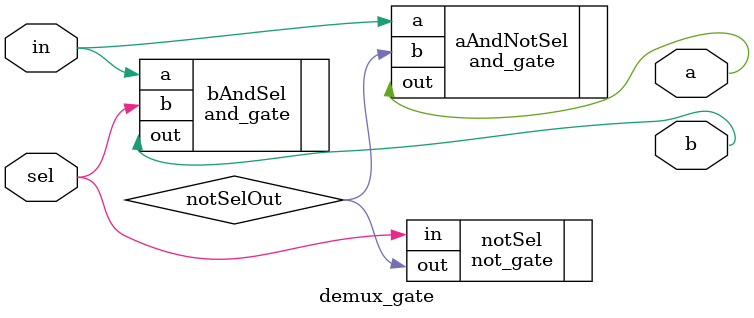
<source format=v>
`include "src/Week1/not_gate.v"
`include "src/Week1/and_gate.v"

`ifndef DEMUX_GATE_V
`define DEMUX_GATE_V
module demux_gate(
    output wire a,
    output wire b,
    input wire in,
    input wire sel
);
    // Simple DEMUX gate
    // assign a = in & ~sel;
    // assign b = in & sel;

    wire notSelOut;
    not_gate notSel(
        .out(notSelOut),
        .in(sel)
    );

    and_gate aAndNotSel (
        .out(a),
        .a(in),
        .b(notSelOut)
    );

    and_gate bAndSel (
        .out(b),
        .a(in),
        .b(sel)
    );
endmodule
`endif
</source>
